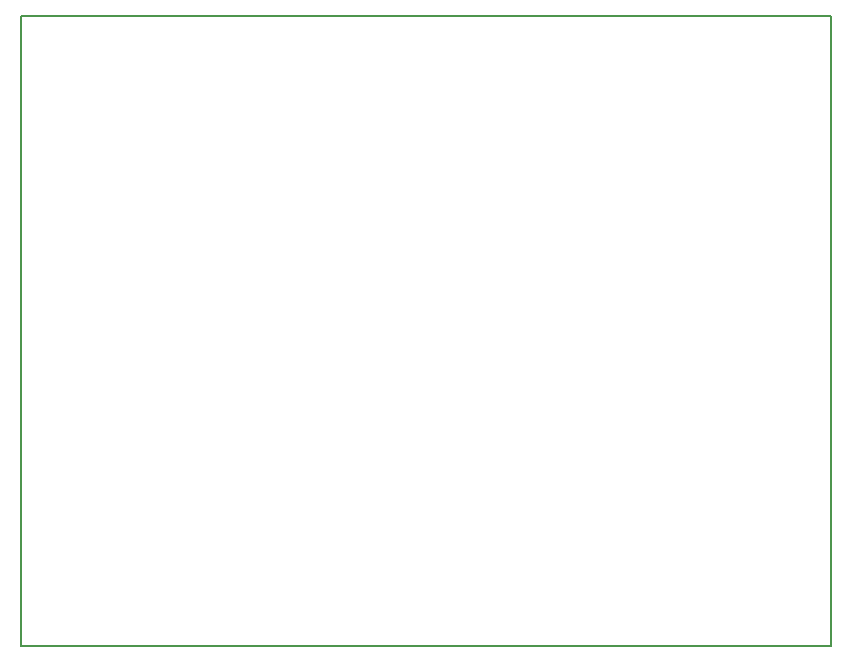
<source format=gbr>
G04 #@! TF.GenerationSoftware,KiCad,Pcbnew,5.1.2-f72e74a~84~ubuntu18.04.1*
G04 #@! TF.CreationDate,2019-09-12T15:19:10-03:00*
G04 #@! TF.ProjectId,Placa_lcd_cont_geiger,506c6163-615f-46c6-9364-5f636f6e745f,rev?*
G04 #@! TF.SameCoordinates,Original*
G04 #@! TF.FileFunction,Profile,NP*
%FSLAX46Y46*%
G04 Gerber Fmt 4.6, Leading zero omitted, Abs format (unit mm)*
G04 Created by KiCad (PCBNEW 5.1.2-f72e74a~84~ubuntu18.04.1) date 2019-09-12 15:19:10*
%MOMM*%
%LPD*%
G04 APERTURE LIST*
%ADD10C,0.150000*%
G04 APERTURE END LIST*
D10*
X179578000Y-73025000D02*
X110998000Y-73025000D01*
X179578000Y-126365000D02*
X179578000Y-73025000D01*
X110998000Y-126365000D02*
X179578000Y-126365000D01*
X110998000Y-73025000D02*
X110998000Y-126365000D01*
M02*

</source>
